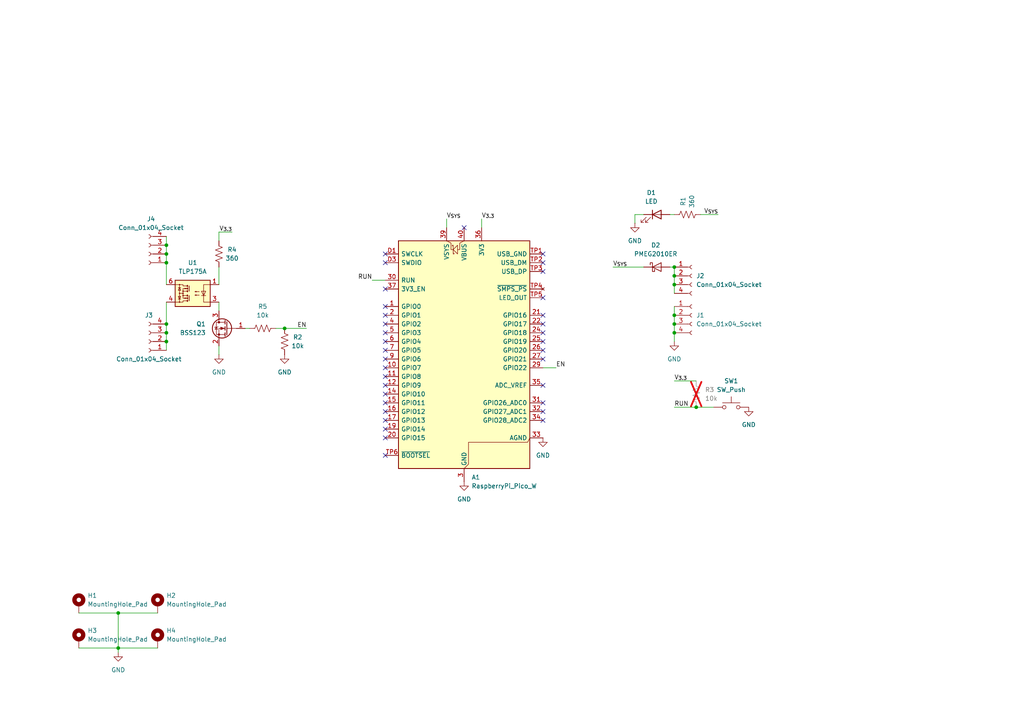
<source format=kicad_sch>
(kicad_sch (version 20250114) (generator "eeschema") (generator_version "9.0")
  (paper "A4")
  (title_block (title "WiFi PC Power Switch") (date "2023-11-16") (rev "B") (comment 1 "Author: ${AUTHOR}"))
  (lib_symbols
    (symbol "Connector:Conn_01x04_Socket" (pin_names (offset 1.016) (hide yes))
      (property "Reference" "J" (at 0 5.08 0))
      (property "Value" "Conn_01x04_Socket" (at 0 -7.62 0))
      (symbol "Conn_01x04_Socket_1_1"
        (polyline (pts (xy -1.27 2.54) (xy -0.508 2.54)) (stroke (width 0.1524)))
        (polyline (pts (xy -1.27 0) (xy -0.508 0)) (stroke (width 0.1524)))
        (polyline (pts (xy -1.27 -2.54) (xy -0.508 -2.54)) (stroke (width 0.1524)))
        (polyline (pts (xy -1.27 -5.08) (xy -0.508 -5.08)) (stroke (width 0.1524)))
        (arc (start 0 2.032) (mid -0.5058 2.54) (end 0 3.048) (stroke (width 0.1524)))
        (arc (start 0 -0.508) (mid -0.5058 0) (end 0 0.508) (stroke (width 0.1524)))
        (arc (start 0 -3.048) (mid -0.5058 -2.54) (end 0 -2.032) (stroke (width 0.1524)))
        (arc (start 0 -5.588) (mid -0.5058 -5.08) (end 0 -4.572) (stroke (width 0.1524)))
        (pin passive line (at -5.08 2.54 0) (length 3.81) (name "Pin_1") (number "1"))
        (pin passive line (at -5.08 0 0) (length 3.81) (name "Pin_2") (number "2"))
        (pin passive line (at -5.08 -2.54 0) (length 3.81) (name "Pin_3") (number "3"))
        (pin passive line (at -5.08 -5.08 0) (length 3.81) (name "Pin_4") (number "4"))
      )
    )
    (symbol "Device:LED" (pin_numbers (hide yes)) (pin_names (offset 1.016) (hide yes))
      (property "Reference" "D" (at 0 2.54 0))
      (property "Value" "LED" (at 0 -2.54 0))
      (symbol "LED_0_1"
        (polyline (pts (xy -3.048 -0.762) (xy -4.572 -2.286) (xy -3.81 -2.286) (xy -4.572 -2.286) (xy -4.572 -1.524)))
        (polyline (pts (xy -1.778 -0.762) (xy -3.302 -2.286) (xy -2.54 -2.286) (xy -3.302 -2.286) (xy -3.302 -1.524)))
        (polyline (pts (xy -1.27 0) (xy 1.27 0)))
        (polyline (pts (xy -1.27 -1.27) (xy -1.27 1.27)) (stroke (width 0.254)))
        (polyline (pts (xy 1.27 -1.27) (xy 1.27 1.27) (xy -1.27 0) (xy 1.27 -1.27)) (stroke (width 0.254)))
      )
      (symbol "LED_1_1"
        (pin passive line (at -3.81 0 0) (length 2.54) (name "K") (number "1"))
        (pin passive line (at 3.81 0 180) (length 2.54) (name "A") (number "2"))
      )
    )
    (symbol "Device:R_US" (pin_numbers (hide yes)) (pin_names (offset 0))
      (property "Reference" "R" (at 2.54 0 90))
      (property "Value" "R_US" (at -2.54 0 90))
      (symbol "R_US_0_1"
        (polyline (pts (xy 0 2.286) (xy 0 2.54)))
        (polyline (pts (xy 0 2.286) (xy 1.016 1.905) (xy 0 1.524) (xy -1.016 1.143) (xy 0 0.762)))
        (polyline (pts (xy 0 0.762) (xy 1.016 0.381) (xy 0 0) (xy -1.016 -0.381) (xy 0 -0.762)))
        (polyline (pts (xy 0 -0.762) (xy 1.016 -1.143) (xy 0 -1.524) (xy -1.016 -1.905) (xy 0 -2.286)))
        (polyline (pts (xy 0 -2.286) (xy 0 -2.54)))
      )
      (symbol "R_US_1_1"
        (pin passive line (at 0 3.81 270) (length 1.27) (name "~") (number "1"))
        (pin passive line (at 0 -3.81 90) (length 1.27) (name "~") (number "2"))
      )
    )
    (symbol "Diode:PMEG2010ER" (pin_numbers (hide yes)) (pin_names (hide yes))
      (property "Reference" "D" (at 0 2.54 0))
      (property "Value" "PMEG2010ER" (at 0 -2.54 0))
      (symbol "PMEG2010ER_0_1"
        (polyline (pts (xy -1.905 0.635) (xy -1.905 1.27) (xy -1.27 1.27) (xy -1.27 -1.27) (xy -0.635 -1.27) (xy -0.635 -0.635)) (stroke (width 0.2032)))
        (polyline (pts (xy 1.27 1.27) (xy 1.27 -1.27) (xy -1.27 0) (xy 1.27 1.27)) (stroke (width 0.2032)))
        (polyline (pts (xy 1.27 0) (xy -1.27 0)))
      )
      (symbol "PMEG2010ER_1_1"
        (pin passive line (at -3.81 0 0) (length 2.54) (name "K") (number "1"))
        (pin passive line (at 3.81 0 180) (length 2.54) (name "A") (number "2"))
      )
    )
    (symbol "MCU_Module:RaspberryPi_Pico_W_Extensive" (pin_names (offset 0.762))
      (property "Reference" "A" (at -19.05 35.56 0))
      (property "Value" "RaspberryPi_Pico_W" (at 7.62 35.56 0))
      (symbol "RaspberryPi_Pico_W_Extensive_0_1"
        (rectangle (start -19.05 34.29) (end 19.05 -31.75) (stroke (width 0.254)) (fill (type background)))
        (polyline (pts (xy -5.08 34.29) (xy -3.81 33.655) (xy -3.81 31.75) (xy -3.175 31.75)))
        (polyline (pts (xy -3.429 32.766) (xy -3.429 33.02) (xy -3.175 33.02) (xy -3.175 30.48) (xy -2.921 30.48) (xy -2.921 30.734)))
        (polyline (pts (xy -3.175 31.75) (xy -1.905 33.02) (xy -1.905 30.48) (xy -3.175 31.75)))
        (polyline (pts (xy 0 34.29) (xy -1.27 33.655) (xy -1.27 31.75) (xy -1.905 31.75)))
        (polyline (pts (xy 0 -31.75) (xy 1.27 -30.48) (xy 1.27 -24.13) (xy 18.415 -24.13) (xy 19.05 -22.86)))
      )
      (symbol "RaspberryPi_Pico_W_Extensive_1_1"
        (pin input line (at -22.86 30.48 0) (length 3.81) (name "SWCLK") (number "D1"))
        (pin bidirectional line (at -22.86 27.94 0) (length 3.81) (name "SWDIO") (number "D3"))
        (pin passive line (at -22.86 22.86 0) (length 3.81) (name "RUN") (number "30"))
        (pin passive line (at -22.86 20.32 0) (length 3.81) (name "3V3_EN") (number "37"))
        (pin bidirectional line (at -22.86 15.24 0) (length 3.81) (name "GPIO0") (number "1"))
        (pin bidirectional line (at -22.86 12.7 0) (length 3.81) (name "GPIO1") (number "2"))
        (pin bidirectional line (at -22.86 10.16 0) (length 3.81) (name "GPIO2") (number "4"))
        (pin bidirectional line (at -22.86 7.62 0) (length 3.81) (name "GPIO3") (number "5"))
        (pin bidirectional line (at -22.86 5.08 0) (length 3.81) (name "GPIO4") (number "6"))
        (pin bidirectional line (at -22.86 2.54 0) (length 3.81) (name "GPIO5") (number "7"))
        (pin bidirectional line (at -22.86 0 0) (length 3.81) (name "GPIO6") (number "9"))
        (pin bidirectional line (at -22.86 -2.54 0) (length 3.81) (name "GPIO7") (number "10"))
        (pin bidirectional line (at -22.86 -5.08 0) (length 3.81) (name "GPIO8") (number "11"))
        (pin bidirectional line (at -22.86 -7.62 0) (length 3.81) (name "GPIO9") (number "12"))
        (pin bidirectional line (at -22.86 -10.16 0) (length 3.81) (name "GPIO10") (number "14"))
        (pin bidirectional line (at -22.86 -12.7 0) (length 3.81) (name "GPIO11") (number "15"))
        (pin bidirectional line (at -22.86 -15.24 0) (length 3.81) (name "GPIO12") (number "16"))
        (pin bidirectional line (at -22.86 -17.78 0) (length 3.81) (name "GPIO13") (number "17"))
        (pin bidirectional line (at -22.86 -20.32 0) (length 3.81) (name "GPIO14") (number "19"))
        (pin bidirectional line (at -22.86 -22.86 0) (length 3.81) (name "GPIO15") (number "20"))
        (pin input line (at -22.86 -27.94 0) (length 3.81) (name "~{BOOTSEL}") (number "TP6"))
        (pin power_in line (at -5.08 38.1 270) (length 3.81) (name "VSYS") (number "39"))
        (pin power_out line (at 0 38.1 270) (length 3.81) (name "VBUS") (number "40"))
        (pin passive line (at 0 -35.56 90) (length 3.81) (hide yes) (name "GND") (number "13"))
        (pin passive line (at 0 -35.56 90) (length 3.81) (hide yes) (name "GND") (number "18"))
        (pin passive line (at 0 -35.56 90) (length 3.81) (hide yes) (name "GND") (number "23"))
        (pin passive line (at 0 -35.56 90) (length 3.81) (hide yes) (name "GND") (number "28"))
        (pin power_out line (at 0 -35.56 90) (length 3.81) (name "GND") (number "3"))
        (pin passive line (at 0 -35.56 90) (length 3.81) (hide yes) (name "GND") (number "38"))
        (pin passive line (at 0 -35.56 90) (length 3.81) (hide yes) (name "GND") (number "8"))
        (pin passive line (at 0 -35.56 90) (length 3.81) (hide yes) (name "GND") (number "D2"))
        (pin power_out line (at 5.08 38.1 270) (length 3.81) (name "3V3") (number "36"))
        (pin power_out line (at 22.86 30.48 180) (length 3.81) (name "USB_GND") (number "TP1"))
        (pin bidirectional line (at 22.86 27.94 180) (length 3.81) (name "USB_DM") (number "TP2"))
        (pin bidirectional line (at 22.86 25.4 180) (length 3.81) (name "USB_DP") (number "TP3"))
        (pin no_connect line (at 22.86 20.32 180) (length 3.81) (name "~{SMPS_PS}") (number "TP4"))
        (pin output line (at 22.86 17.78 180) (length 3.81) (name "LED_OUT") (number "TP5"))
        (pin bidirectional line (at 22.86 12.7 180) (length 3.81) (name "GPIO16") (number "21"))
        (pin bidirectional line (at 22.86 10.16 180) (length 3.81) (name "GPIO17") (number "22"))
        (pin bidirectional line (at 22.86 7.62 180) (length 3.81) (name "GPIO18") (number "24"))
        (pin bidirectional line (at 22.86 5.08 180) (length 3.81) (name "GPIO19") (number "25"))
        (pin bidirectional line (at 22.86 2.54 180) (length 3.81) (name "GPIO20") (number "26"))
        (pin bidirectional line (at 22.86 0 180) (length 3.81) (name "GPIO21") (number "27"))
        (pin bidirectional line (at 22.86 -2.54 180) (length 3.81) (name "GPIO22") (number "29"))
        (pin power_in line (at 22.86 -7.62 180) (length 3.81) (name "ADC_VREF") (number "35"))
        (pin bidirectional line (at 22.86 -12.7 180) (length 3.81) (name "GPIO26_ADC0") (number "31"))
        (pin bidirectional line (at 22.86 -15.24 180) (length 3.81) (name "GPIO27_ADC1") (number "32"))
        (pin bidirectional line (at 22.86 -17.78 180) (length 3.81) (name "GPIO28_ADC2") (number "34"))
        (pin power_out line (at 22.86 -22.86 180) (length 3.81) (name "AGND") (number "33"))
      )
    )
    (symbol "Mechanical:MountingHole_Pad" (pin_numbers (hide yes)) (pin_names (offset 1.016) (hide yes)) (exclude_from_sim yes) (in_bom no)
      (property "Reference" "H" (at 0 6.35 0))
      (property "Value" "MountingHole_Pad" (at 0 4.445 0))
      (symbol "MountingHole_Pad_0_1"
        (circle (center 0 1.27) (radius 1.27) (stroke (width 1.27)))
      )
      (symbol "MountingHole_Pad_1_1"
        (pin input line (at 0 -2.54 90) (length 2.54) (name "1") (number "1"))
      )
    )
    (symbol "Relay_SolidState:TLP175A"
      (property "Reference" "U" (at -5.08 4.953 0))
      (property "Value" "TLP175A" (at -5.08 -5.08 0))
      (symbol "TLP175A_0_1"
        (rectangle (start -5.08 3.81) (end 5.08 -3.81) (stroke (width 0.254)) (fill (type background)))
        (polyline (pts (xy -5.08 2.54) (xy -3.175 2.54) (xy -3.175 -2.54) (xy -5.08 -2.54)))
        (polyline (pts (xy -3.81 -0.635) (xy -2.54 -0.635)))
        (polyline (pts (xy -3.175 -0.635) (xy -3.81 0.635) (xy -2.54 0.635) (xy -3.175 -0.635)))
        (polyline (pts (xy -1.905 0.508) (xy -0.635 0.508) (xy -1.016 0.381) (xy -1.016 0.635) (xy -0.635 0.508)))
        (polyline (pts (xy -1.905 -0.508) (xy -0.635 -0.508) (xy -1.016 -0.635) (xy -1.016 -0.381) (xy -0.635 -0.508)))
        (polyline (pts (xy 1.016 2.159) (xy 1.016 0.635)) (stroke (width 0.2032)))
        (polyline (pts (xy 1.016 -0.635) (xy 1.016 -2.159)) (stroke (width 0.2032)))
        (polyline (pts (xy 1.524 2.286) (xy 1.524 2.032) (xy 1.524 2.032)) (stroke (width 0.3556)))
        (polyline (pts (xy 1.524 1.524) (xy 1.524 1.27) (xy 1.524 1.27)) (stroke (width 0.3556)))
        (polyline (pts (xy 1.524 0.762) (xy 1.524 0.508) (xy 1.524 0.508)) (stroke (width 0.3556)))
        (polyline (pts (xy 1.524 -0.508) (xy 1.524 -0.762)) (stroke (width 0.3556)))
        (polyline (pts (xy 1.524 -1.27) (xy 1.524 -1.524) (xy 1.524 -1.524)) (stroke (width 0.3556)))
        (polyline (pts (xy 1.524 -2.032) (xy 1.524 -2.286) (xy 1.524 -2.286)) (stroke (width 0.3556)))
        (polyline (pts (xy 1.651 2.159) (xy 2.794 2.159) (xy 2.794 2.54) (xy 5.08 2.54)))
        (polyline (pts (xy 1.651 1.397) (xy 2.794 1.397) (xy 2.794 0.635)))
        (polyline (pts (xy 1.651 -0.635) (xy 2.794 -0.635) (xy 2.794 0.635) (xy 1.651 0.635)))
        (polyline (pts (xy 1.651 -1.397) (xy 2.794 -1.397) (xy 2.794 -0.635)))
        (polyline (pts (xy 1.651 -2.159) (xy 2.794 -2.159) (xy 2.794 -2.54) (xy 5.08 -2.54)))
        (polyline (pts (xy 1.778 1.397) (xy 2.286 1.524) (xy 2.286 1.27) (xy 1.778 1.397)))
        (polyline (pts (xy 1.778 -1.397) (xy 2.286 -1.27) (xy 2.286 -1.524) (xy 1.778 -1.397)))
        (circle (center 2.794 0.635) (radius 0.127))
        (polyline (pts (xy 2.794 0) (xy 3.81 0)))
        (circle (center 2.794 0) (radius 0.127))
        (circle (center 2.794 -0.635) (radius 0.127))
        (polyline (pts (xy 3.429 1.651) (xy 4.191 1.651)))
        (polyline (pts (xy 3.429 -1.651) (xy 4.191 -1.651)))
        (circle (center 3.81 2.54) (radius 0.127))
        (polyline (pts (xy 3.81 1.651) (xy 3.429 0.889) (xy 4.191 0.889) (xy 3.81 1.651)))
        (circle (center 3.81 0) (radius 0.127))
        (polyline (pts (xy 3.81 -1.651) (xy 3.429 -0.889) (xy 4.191 -0.889) (xy 3.81 -1.651)))
        (polyline (pts (xy 3.81 -2.54) (xy 3.81 2.54)))
        (circle (center 3.81 -2.54) (radius 0.127))
      )
      (symbol "TLP175A_1_1"
        (pin passive line (at -7.62 2.54 0) (length 2.54) (name "~") (number "1"))
        (pin passive line (at -7.62 -2.54 0) (length 2.54) (name "~") (number "3"))
        (pin passive line (at 7.62 2.54 180) (length 2.54) (name "~") (number "6"))
        (pin passive line (at 7.62 -2.54 180) (length 2.54) (name "~") (number "4"))
      )
    )
    (symbol "Switch:SW_Push" (pin_numbers (hide yes)) (pin_names (offset 1.016) (hide yes))
      (property "Reference" "SW" (at 1.27 2.54 0))
      (property "Value" "SW_Push" (at 0 -1.524 0))
      (symbol "SW_Push_0_1"
        (circle (center -2.032 0) (radius 0.508))
        (polyline (pts (xy 0 1.27) (xy 0 3.048)))
        (circle (center 2.032 0) (radius 0.508))
        (polyline (pts (xy 2.54 1.27) (xy -2.54 1.27)))
        (pin passive line (at -5.08 0 0) (length 2.54) (name "1") (number "1"))
        (pin passive line (at 5.08 0 180) (length 2.54) (name "2") (number "2"))
      )
    )
    (symbol "Transistor_FET:BSS123" (pin_names (hide yes))
      (property "Reference" "Q" (at 5.08 1.905 0))
      (property "Value" "BSS123" (at 5.08 0 0))
      (symbol "BSS123_0_1"
        (polyline (pts (xy 0.254 1.905) (xy 0.254 -1.905)) (stroke (width 0.254)))
        (polyline (pts (xy 0.254 0) (xy -2.54 0)))
        (polyline (pts (xy 0.762 2.286) (xy 0.762 1.27)) (stroke (width 0.254)))
        (polyline (pts (xy 0.762 0.508) (xy 0.762 -0.508)) (stroke (width 0.254)))
        (polyline (pts (xy 0.762 -1.27) (xy 0.762 -2.286)) (stroke (width 0.254)))
        (polyline (pts (xy 0.762 -1.778) (xy 3.302 -1.778) (xy 3.302 1.778) (xy 0.762 1.778)))
        (polyline (pts (xy 1.016 0) (xy 2.032 0.381) (xy 2.032 -0.381) (xy 1.016 0)) (fill (type outline)))
        (circle (center 1.651 0) (radius 2.794) (stroke (width 0.254)))
        (polyline (pts (xy 2.54 2.54) (xy 2.54 1.778)))
        (circle (center 2.54 1.778) (radius 0.254) (fill (type outline)))
        (circle (center 2.54 -1.778) (radius 0.254) (fill (type outline)))
        (polyline (pts (xy 2.54 -2.54) (xy 2.54 0) (xy 0.762 0)))
        (polyline (pts (xy 2.794 0.508) (xy 2.921 0.381) (xy 3.683 0.381) (xy 3.81 0.254)))
        (polyline (pts (xy 3.302 0.381) (xy 2.921 -0.254) (xy 3.683 -0.254) (xy 3.302 0.381)))
      )
      (symbol "BSS123_1_1"
        (pin input line (at -5.08 0 0) (length 2.54) (name "G") (number "1"))
        (pin passive line (at 2.54 5.08 270) (length 2.54) (name "D") (number "3"))
        (pin passive line (at 2.54 -5.08 90) (length 2.54) (name "S") (number "2"))
      )
    )
    (symbol "power:GND" (power) (pin_numbers (hide yes)) (pin_names (offset 0) (hide yes))
      (property "Value" "GND" (at 0 -3.81 0))
      (symbol "GND_0_1"
        (polyline (pts (xy 0 0) (xy 0 -1.27) (xy 1.27 -1.27) (xy 0 -2.54) (xy -1.27 -1.27) (xy 0 -1.27)))
      )
      (symbol "GND_1_1"
        (pin power_in line (at 0 0 270) (length 0) (name "~") (number "1"))
      )
    )
  )
  (junction (at 82.55 95.25))
  (junction (at 48.26 96.52))
  (junction (at 195.58 80.01))
  (junction (at 195.58 91.44))
  (junction (at 195.58 82.55))
  (junction (at 195.58 96.52))
  (junction (at 195.58 77.47))
  (junction (at 34.29 177.8))
  (junction (at 34.29 187.96))
  (junction (at 48.26 76.2))
  (junction (at 48.26 93.98))
  (junction (at 48.26 73.66))
  (junction (at 48.26 99.06))
  (junction (at 48.26 71.12))
  (junction (at 201.93 118.11))
  (junction (at 195.58 93.98))
  (no_connect (at 157.48 104.14))
  (no_connect (at 111.76 96.52))
  (no_connect (at 134.62 66.04))
  (no_connect (at 157.48 93.98))
  (no_connect (at 111.76 106.68))
  (no_connect (at 157.48 78.74))
  (no_connect (at 157.48 96.52))
  (no_connect (at 111.76 114.3))
  (no_connect (at 111.76 91.44))
  (no_connect (at 111.76 121.92))
  (no_connect (at 111.76 73.66))
  (no_connect (at 157.48 111.76))
  (no_connect (at 111.76 93.98))
  (no_connect (at 157.48 86.36))
  (no_connect (at 111.76 111.76))
  (no_connect (at 157.48 91.44))
  (no_connect (at 111.76 99.06))
  (no_connect (at 111.76 104.14))
  (no_connect (at 111.76 127))
  (no_connect (at 111.76 132.08))
  (no_connect (at 157.48 101.6))
  (no_connect (at 111.76 88.9))
  (no_connect (at 157.48 73.66))
  (no_connect (at 157.48 76.2))
  (no_connect (at 111.76 76.2))
  (no_connect (at 111.76 119.38))
  (no_connect (at 111.76 109.22))
  (no_connect (at 157.48 121.92))
  (no_connect (at 157.48 116.84))
  (no_connect (at 111.76 116.84))
  (no_connect (at 111.76 101.6))
  (no_connect (at 111.76 124.46))
  (no_connect (at 157.48 99.06))
  (no_connect (at 157.48 119.38))
  (no_connect (at 111.76 83.82))
  (wire (pts (xy 195.58 77.47) (xy 195.58 80.01)))
  (wire (pts (xy 177.8 77.47) (xy 186.69 77.47)))
  (wire (pts (xy 129.54 63.5) (xy 129.54 66.04)))
  (wire (pts (xy 34.29 177.8) (xy 45.72 177.8)))
  (wire (pts (xy 80.01 95.25) (xy 82.55 95.25)))
  (wire (pts (xy 63.5 87.63) (xy 63.5 90.17)))
  (wire (pts (xy 63.5 100.33) (xy 63.5 102.87)))
  (wire (pts (xy 161.29 106.68) (xy 157.48 106.68)))
  (wire (pts (xy 34.29 177.8) (xy 34.29 187.96)))
  (wire (pts (xy 195.58 77.47) (xy 194.31 77.47)))
  (wire (pts (xy 67.31 67.31) (xy 63.5 67.31)))
  (wire (pts (xy 201.93 118.11) (xy 207.01 118.11)))
  (wire (pts (xy 48.26 96.52) (xy 48.26 99.06)))
  (wire (pts (xy 195.58 93.98) (xy 195.58 96.52)))
  (wire (pts (xy 22.86 177.8) (xy 34.29 177.8)))
  (wire (pts (xy 82.55 95.25) (xy 88.9 95.25)))
  (wire (pts (xy 139.7 63.5) (xy 139.7 66.04)))
  (wire (pts (xy 71.12 95.25) (xy 72.39 95.25)))
  (wire (pts (xy 195.58 82.55) (xy 195.58 85.09)))
  (wire (pts (xy 48.26 73.66) (xy 48.26 76.2)))
  (wire (pts (xy 195.58 91.44) (xy 195.58 93.98)))
  (wire (pts (xy 48.26 99.06) (xy 48.26 101.6)))
  (wire (pts (xy 195.58 96.52) (xy 195.58 99.06)))
  (wire (pts (xy 48.26 76.2) (xy 48.26 82.55)))
  (wire (pts (xy 195.58 88.9) (xy 195.58 91.44)))
  (wire (pts (xy 194.31 62.23) (xy 195.58 62.23)))
  (wire (pts (xy 48.26 93.98) (xy 48.26 96.52)))
  (wire (pts (xy 195.58 110.49) (xy 201.93 110.49)))
  (wire (pts (xy 107.95 81.28) (xy 111.76 81.28)))
  (wire (pts (xy 186.69 62.23) (xy 184.15 62.23)))
  (wire (pts (xy 203.2 62.23) (xy 208.28 62.23)))
  (wire (pts (xy 34.29 187.96) (xy 34.29 189.23)))
  (wire (pts (xy 34.29 187.96) (xy 45.72 187.96)))
  (wire (pts (xy 22.86 187.96) (xy 34.29 187.96)))
  (wire (pts (xy 184.15 62.23) (xy 184.15 64.77)))
  (wire (pts (xy 195.58 80.01) (xy 195.58 82.55)))
  (wire (pts (xy 195.58 118.11) (xy 201.93 118.11)))
  (wire (pts (xy 48.26 71.12) (xy 48.26 73.66)))
  (wire (pts (xy 63.5 67.31) (xy 63.5 69.85)))
  (wire (pts (xy 63.5 77.47) (xy 63.5 82.55)))
  (wire (pts (xy 48.26 87.63) (xy 48.26 93.98)))
  (wire (pts (xy 48.26 68.58) (xy 48.26 71.12)))
  (label "V_{3.3}" (at 195.58 110.49 0))
  (label "EN" (at 88.9 95.25 180))
  (label "EN" (at 161.29 106.68 0))
  (label "V_{3.3}" (at 67.31 67.31 180))
  (label "V_{SYS}" (at 177.8 77.47 0))
  (label "V_{SYS}" (at 129.54 63.5 0))
  (label "RUN" (at 195.58 118.11 0))
  (label "RUN" (at 107.95 81.28 180))
  (label "V_{3.3}" (at 139.7 63.5 0))
  (label "V_{SYS}" (at 208.28 62.23 180))
  (symbol (lib_id "power:GND") (at 63.5 102.87 0) (unit 1)
    (property "Reference" "#PWR04" (effects (hide yes)))
    (property "Value" "GND" (at 63.5 107.95 0))
    (property "Description" "Power symbol creates a global label with name \"GND\" , ground" (effects (hide yes)))
  )
  (symbol (lib_id "Connector:Conn_01x04_Socket") (at 200.66 91.44 0) (unit 1)
    (property "Reference" "J1" (at 201.93 91.44 0) (effects (justify left)))
    (property "Value" "Conn_01x04_Socket" (at 201.93 93.98 0) (effects (justify left)))
    (property "Footprint" "Connector_PinSocket_2.54mm:PinSocket_1x04_P2.54mm_Vertical" (effects (hide yes)))
    (property "Description" "Generic connector, single row, 01x04, script generated" (effects (hide yes)))
  )
  (symbol (lib_id "Device:LED") (at 190.5 62.23 0) (unit 1)
    (property "Reference" "D1" (at 188.9125 55.88 0))
    (property "Value" "LED" (at 188.9125 58.42 0))
    (property "Footprint" "LED_SMD:LED_0603_1608Metric_Pad1.05x0.95mm_HandSolder" (effects (hide yes)))
    (property "Description" "Light emitting diode" (effects (hide yes)))
  )
  (symbol (lib_id "power:GND") (at 195.58 99.06 0) (unit 1)
    (property "Reference" "#PWR02" (effects (hide yes)))
    (property "Value" "GND" (at 195.58 104.14 0))
    (property "Description" "Power symbol creates a global label with name \"GND\" , ground" (effects (hide yes)))
  )
  (symbol (lib_id "power:GND") (at 82.55 102.87 0) (unit 1)
    (property "Reference" "#PWR012" (effects (hide yes)))
    (property "Value" "GND" (at 82.55 107.95 0))
    (property "Description" "Power symbol creates a global label with name \"GND\" , ground" (effects (hide yes)))
  )
  (symbol (lib_id "Connector:Conn_01x04_Socket") (at 43.18 73.66 180) (unit 1)
    (property "Reference" "J4" (at 43.815 63.5 0))
    (property "Value" "Conn_01x04_Socket" (at 43.815 66.04 0))
    (property "Footprint" "Connector_PinSocket_2.54mm:PinSocket_1x04_P2.54mm_Vertical" (effects (hide yes)))
    (property "Description" "Generic connector, single row, 01x04, script generated" (effects (hide yes)))
  )
  (symbol (lib_id "Switch:SW_Push") (at 212.09 118.11 0) (unit 1)
    (property "Reference" "SW1" (at 212.09 110.49 0))
    (property "Value" "SW_Push" (at 212.09 113.03 0))
    (property "Footprint" "Marcano:PTS636_SM50_SMTR_LFS" (effects (hide yes)))
    (property "Description" "Push button switch, generic, two pins" (effects (hide yes)))
  )
  (symbol (lib_id "Device:R_US") (at 199.39 62.23 270) (unit 1)
    (property "Reference" "R1" (at 198.12 58.42 0))
    (property "Value" "360" (at 200.66 58.42 0))
    (property "Footprint" "Resistor_SMD:R_0603_1608Metric_Pad0.98x0.95mm_HandSolder" (effects (hide yes)))
    (property "Description" "Resistor, US symbol" (effects (hide yes)))
  )
  (symbol (lib_id "Mechanical:MountingHole_Pad") (at 22.86 175.26 0) (unit 1)
    (property "Reference" "H1" (at 25.4 172.72 0) (effects (justify left)))
    (property "Value" "MountingHole_Pad" (at 25.4 175.26 0) (effects (justify left)))
    (property "Footprint" "MountingHole:MountingHole_3.2mm_M3_Pad_Via" (effects (hide yes)))
    (property "Description" "Mounting Hole with connection" (effects (hide yes)))
  )
  (symbol (lib_id "power:GND") (at 184.15 64.77 0) (unit 1)
    (property "Reference" "#PWR014" (effects (hide yes)))
    (property "Value" "GND" (at 184.15 69.85 0))
    (property "Description" "Power symbol creates a global label with name \"GND\" , ground" (effects (hide yes)))
  )
  (symbol (lib_id "Mechanical:MountingHole_Pad") (at 22.86 185.42 0) (unit 1)
    (property "Reference" "H3" (at 25.4 182.88 0) (effects (justify left)))
    (property "Value" "MountingHole_Pad" (at 25.4 185.42 0) (effects (justify left)))
    (property "Footprint" "MountingHole:MountingHole_3.2mm_M3_Pad_Via" (effects (hide yes)))
    (property "Description" "Mounting Hole with connection" (effects (hide yes)))
  )
  (symbol (lib_id "Connector:Conn_01x04_Socket") (at 200.66 80.01 0) (unit 1)
    (property "Reference" "J2" (at 201.93 80.01 0) (effects (justify left)))
    (property "Value" "Conn_01x04_Socket" (at 201.93 82.55 0) (effects (justify left)))
    (property "Footprint" "Connector_PinSocket_2.54mm:PinSocket_1x04_P2.54mm_Vertical" (effects (hide yes)))
    (property "Description" "Generic connector, single row, 01x04, script generated" (effects (hide yes)))
  )
  (symbol (lib_id "power:GND") (at 34.29 189.23 0) (unit 1)
    (property "Reference" "#PWR011" (effects (hide yes)))
    (property "Value" "GND" (at 34.29 194.31 0))
    (property "Description" "Power symbol creates a global label with name \"GND\" , ground" (effects (hide yes)))
  )
  (symbol (lib_id "Transistor_FET:BSS123") (at 66.04 95.25 0) (mirror y) (unit 1)
    (property "Reference" "Q1" (at 59.69 93.98 0) (effects (justify left)))
    (property "Value" "BSS123" (at 59.69 96.52 0) (effects (justify left)))
    (property "Footprint" "Package_TO_SOT_SMD:SOT-23" (effects (hide yes)))
    (property "Datasheet" "http://www.diodes.com/assets/Datasheets/ds30366.pdf" (effects (hide yes)))
    (property "Description" "0.17A Id, 100V Vds, N-Channel MOSFET, SOT-23" (effects (hide yes)))
  )
  (symbol (lib_id "MCU_Module:RaspberryPi_Pico_W_Extensive") (at 134.62 104.14 0) (unit 1)
    (property "Reference" "A1" (at 136.7633 138.43 0) (effects (justify left)))
    (property "Value" "RaspberryPi_Pico_W" (at 136.7633 140.97 0) (effects (justify left)))
    (property "Footprint" "Marcano:RaspberryPi_Pico_W_Common_Unspecified" (effects (hide yes)))
    (property "Datasheet" "https://datasheets.raspberrypi.com/picow/pico-w-datasheet.pdf" (effects (hide yes)))
    (property "Description" "Versatile and inexpensive wireless microcontroller module (with full pinout for test point and debug connections) powered by RP2040 dual-core Arm Cortex-M0+ processor up to 133 MHz, 264kB SRAM, 2MB QSPI flash, Infineon CYW43439 2.4GHz 802.11n wireless LAN; also supports Raspberry Pi Pico 2 W" (effects (hide yes)))
  )
  (symbol (lib_id "Device:R_US") (at 63.5 73.66 180) (unit 1)
    (property "Reference" "R4" (at 67.31 72.39 0))
    (property "Value" "360" (at 67.31 74.93 0))
    (property "Footprint" "Resistor_SMD:R_0603_1608Metric_Pad0.98x0.95mm_HandSolder" (effects (hide yes)))
    (property "Description" "Resistor, US symbol" (effects (hide yes)))
  )
  (symbol (lib_id "Relay_SolidState:TLP175A") (at 55.88 85.09 0) (mirror y) (unit 1)
    (property "Reference" "U1" (at 55.88 76.2 0))
    (property "Value" "TLP175A" (at 55.88 78.74 0))
    (property "Footprint" "Package_SO:MFSOP6-4_4.4x3.6mm_P1.27mm" (effects (hide yes)))
    (property "Datasheet" "https://toshiba.semicon-storage.com/info/docget.jsp?did=13665&prodName=TLP175A" (effects (hide yes)))
    (property "Description" "MOSFET Photorelay 1-Form-A, Voff 60V, Ion 100mA, SOP6" (effects (hide yes)))
  )
  (symbol (lib_id "Mechanical:MountingHole_Pad") (at 45.72 175.26 0) (unit 1)
    (property "Reference" "H2" (at 48.26 172.72 0) (effects (justify left)))
    (property "Value" "MountingHole_Pad" (at 48.26 175.26 0) (effects (justify left)))
    (property "Footprint" "MountingHole:MountingHole_3.2mm_M3_Pad_Via" (effects (hide yes)))
    (property "Description" "Mounting Hole with connection" (effects (hide yes)))
  )
  (symbol (lib_id "Connector:Conn_01x04_Socket") (at 43.18 99.06 180) (unit 1)
    (property "Reference" "J3" (at 43.18 91.44 0))
    (property "Value" "Conn_01x04_Socket" (at 43.18 104.14 0))
    (property "Footprint" "Connector_PinSocket_2.54mm:PinSocket_1x04_P2.54mm_Vertical" (effects (hide yes)))
    (property "Description" "Generic connector, single row, 01x04, script generated" (effects (hide yes)))
  )
  (symbol (lib_id "Diode:PMEG2010ER") (at 190.5 77.47 0) (unit 1)
    (property "Reference" "D2" (at 190.1825 71.12 0))
    (property "Value" "PMEG2010ER" (at 190.1825 73.66 0))
    (property "Footprint" "Diode_SMD:Nexperia_CFP3_SOD-123W" (effects (hide yes)))
    (property "Datasheet" "https://assets.nexperia.com/documents/data-sheet/PMEG2010ER.pdf" (effects (hide yes)))
    (property "Description" "20V, 1A low Vf MEGA Schottky barrier rectifier, SOD-123W" (effects (hide yes)))
  )
  (symbol (lib_id "Device:R_US") (at 82.55 99.06 180) (unit 1)
    (property "Reference" "R2" (at 86.36 97.79 0))
    (property "Value" "10k" (at 86.36 100.33 0))
    (property "Footprint" "Resistor_SMD:R_0603_1608Metric_Pad0.98x0.95mm_HandSolder" (effects (hide yes)))
    (property "Description" "Resistor, US symbol" (effects (hide yes)))
  )
  (symbol (lib_id "Device:R_US") (at 201.93 114.3 0) (unit 1) (dnp yes)
    (property "Reference" "R3" (at 204.47 113.0299 0) (effects (justify left)))
    (property "Value" "10k" (at 204.47 115.5699 0) (effects (justify left)))
    (property "Footprint" "Resistor_SMD:R_0603_1608Metric_Pad0.98x0.95mm_HandSolder" (effects (hide yes)))
    (property "Description" "Resistor, US symbol" (effects (hide yes)))
  )
  (symbol (lib_id "Device:R_US") (at 76.2 95.25 90) (unit 1)
    (property "Reference" "R5" (at 76.2 88.9 90))
    (property "Value" "10k" (at 76.2 91.44 90))
    (property "Footprint" "Resistor_SMD:R_0603_1608Metric_Pad0.98x0.95mm_HandSolder" (effects (hide yes)))
    (property "Description" "Resistor, US symbol" (effects (hide yes)))
  )
  (symbol (lib_id "power:GND") (at 157.48 127 0) (unit 1)
    (property "Reference" "#PWR015" (effects (hide yes)))
    (property "Value" "GND" (at 157.48 132.08 0))
    (property "Description" "Power symbol creates a global label with name \"GND\" , ground" (effects (hide yes)))
  )
  (symbol (lib_id "power:GND") (at 134.62 139.7 0) (unit 1)
    (property "Reference" "#PWR07" (effects (hide yes)))
    (property "Value" "GND" (at 134.62 144.78 0))
    (property "Description" "Power symbol creates a global label with name \"GND\" , ground" (effects (hide yes)))
  )
  (symbol (lib_id "Mechanical:MountingHole_Pad") (at 45.72 185.42 0) (unit 1)
    (property "Reference" "H4" (at 48.26 182.88 0) (effects (justify left)))
    (property "Value" "MountingHole_Pad" (at 48.26 185.42 0) (effects (justify left)))
    (property "Footprint" "MountingHole:MountingHole_3.2mm_M3_Pad_Via" (effects (hide yes)))
    (property "Description" "Mounting Hole with connection" (effects (hide yes)))
  )
  (symbol (lib_id "power:GND") (at 217.17 118.11 0) (unit 1)
    (property "Reference" "#PWR013" (effects (hide yes)))
    (property "Value" "GND" (at 217.17 123.19 0))
    (property "Description" "Power symbol creates a global label with name \"GND\" , ground" (effects (hide yes)))
  )
)
</source>
